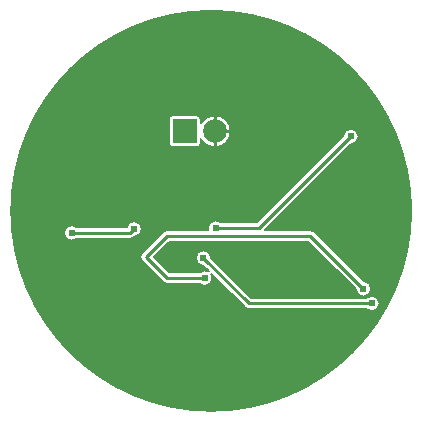
<source format=gbl>
G04 Layer: BottomLayer*
G04 EasyEDA Pro v2.2.39.2, 2025-06-07 21:32:46*
G04 Gerber Generator version 0.3*
G04 Scale: 100 percent, Rotated: No, Reflected: No*
G04 Dimensions in millimeters*
G04 Leading zeros omitted, absolute positions, 4 integers and 5 decimals*
G04 Generated by one-click*
%FSLAX45Y45*%
%MOMM*%
%ADD10C,0.2032*%
%ADD11C,0.254*%
%ADD12R,1.99898X1.99898*%
%ADD13C,1.99898*%
%ADD14C,0.61*%
%ADD15C,0.7391*%
G75*


G04 Copper Start*
G36*
G01X1692553Y0D02*
G01X1690636Y-80535D01*
G01X1684889Y-160887D01*
G01X1675325Y-240875D01*
G01X1661966Y-320318D01*
G01X1644842Y-399034D01*
G01X1623993Y-476847D01*
G01X1599464Y-553580D01*
G01X1571312Y-629058D01*
G01X1539600Y-703112D01*
G01X1504401Y-775573D01*
G01X1465794Y-846276D01*
G01X1423866Y-915063D01*
G01X1378713Y-981777D01*
G01X1330436Y-1046267D01*
G01X1279146Y-1108386D01*
G01X1224958Y-1167995D01*
G01X1167995Y-1224958D01*
G01X1108386Y-1279146D01*
G01X1046267Y-1330436D01*
G01X981777Y-1378713D01*
G01X915063Y-1423866D01*
G01X846276Y-1465794D01*
G01X775573Y-1504401D01*
G01X703112Y-1539600D01*
G01X629058Y-1571312D01*
G01X553580Y-1599464D01*
G01X476847Y-1623993D01*
G01X399034Y-1644842D01*
G01X320318Y-1661966D01*
G01X240875Y-1675325D01*
G01X160887Y-1684889D01*
G01X80535Y-1690636D01*
G01X0Y-1692553D01*
G01X-80535Y-1690636D01*
G01X-160887Y-1684889D01*
G01X-240875Y-1675325D01*
G01X-320318Y-1661966D01*
G01X-399034Y-1644842D01*
G01X-476847Y-1623993D01*
G01X-553580Y-1599464D01*
G01X-629058Y-1571312D01*
G01X-703112Y-1539600D01*
G01X-775573Y-1504401D01*
G01X-846276Y-1465794D01*
G01X-915063Y-1423866D01*
G01X-981777Y-1378713D01*
G01X-1046267Y-1330436D01*
G01X-1108386Y-1279146D01*
G01X-1167995Y-1224958D01*
G01X-1224958Y-1167995D01*
G01X-1279146Y-1108386D01*
G01X-1330436Y-1046267D01*
G01X-1378713Y-981777D01*
G01X-1423866Y-915063D01*
G01X-1465794Y-846276D01*
G01X-1504401Y-775573D01*
G01X-1539600Y-703112D01*
G01X-1571312Y-629058D01*
G01X-1599464Y-553580D01*
G01X-1623993Y-476847D01*
G01X-1644842Y-399034D01*
G01X-1646524Y-391306D01*
G01X-603089Y-391306D01*
G01X-601436Y-403863D01*
G01X-596590Y-415563D01*
G01X-588880Y-425611D01*
G01X-588880Y-425611D01*
G01X-409655Y-604836D01*
G01X-409655Y-604836D01*
G01X-399608Y-612545D01*
G01X-387907Y-617392D01*
G01X-375351Y-619045D01*
G01X-375351Y-619045D01*
G01X-99947Y-619045D01*
G01X-90110Y-626623D01*
G01X-79031Y-632235D01*
G01X-67101Y-635682D01*
G01X-54737Y-636845D01*
G01X-39981Y-635182D01*
G01X-25965Y-630278D01*
G01X-13391Y-622377D01*
G01X-2891Y-611877D01*
G01X5009Y-599304D01*
G01X9914Y-585287D01*
G01X11577Y-570531D01*
G01X10528Y-558786D01*
G01X7416Y-547412D01*
G01X2339Y-536770D01*
G01X284016Y-818447D01*
G01X284016Y-818447D01*
G01X294064Y-826157D01*
G01X305765Y-831003D01*
G01X318321Y-832656D01*
G01X318321Y-832656D01*
G01X1314791Y-832656D01*
G01X1324629Y-840235D01*
G01X1335707Y-845846D01*
G01X1347638Y-849294D01*
G01X1360001Y-850456D01*
G01X1360001Y-850456D01*
G01X1374758Y-848794D01*
G01X1388774Y-843889D01*
G01X1401348Y-835989D01*
G01X1411848Y-825489D01*
G01X1419748Y-812915D01*
G01X1424653Y-798899D01*
G01X1426315Y-784142D01*
G01X1424653Y-769386D01*
G01X1419748Y-755370D01*
G01X1411848Y-742796D01*
G01X1401348Y-732296D01*
G01X1388774Y-724395D01*
G01X1374758Y-719491D01*
G01X1360001Y-717828D01*
G01X1347638Y-718991D01*
G01X1335707Y-722439D01*
G01X1324629Y-728050D01*
G01X1314791Y-735628D01*
G01X338416Y-735628D01*
G01X100Y-397312D01*
G01X-1997Y-382946D01*
G01X-7169Y-369381D01*
G01X-15170Y-357267D01*
G01X-25615Y-347183D01*
G01X-38004Y-339615D01*
G01X-51743Y-334923D01*
G01X-66173Y-333334D01*
G01X-80929Y-334997D01*
G01X-94946Y-339901D01*
G01X-107519Y-347802D01*
G01X-118020Y-358302D01*
G01X-125920Y-370876D01*
G01X-130825Y-384892D01*
G01X-132487Y-399648D01*
G01X-130898Y-414079D01*
G01X-126207Y-427818D01*
G01X-118638Y-440207D01*
G01X-108555Y-450652D01*
G01X-96440Y-458652D01*
G01X-82875Y-463825D01*
G01X-68509Y-465921D01*
G01X-20976Y-513454D01*
G01X-31619Y-508377D01*
G01X-42992Y-505265D01*
G01X-54737Y-504217D01*
G01X-67101Y-505380D01*
G01X-79031Y-508827D01*
G01X-90110Y-514439D01*
G01X-99947Y-522017D01*
G01X-355256Y-522017D01*
G01X-485966Y-391306D01*
G01X-355256Y-260596D01*
G01X820580Y-260596D01*
G01X1223414Y-663430D01*
G01X1225511Y-677795D01*
G01X1230683Y-691361D01*
G01X1238684Y-703475D01*
G01X1249129Y-713558D01*
G01X1261517Y-721127D01*
G01X1275256Y-725818D01*
G01X1289687Y-727408D01*
G01X1304443Y-725745D01*
G01X1318460Y-720840D01*
G01X1331033Y-712940D01*
G01X1341534Y-702440D01*
G01X1349434Y-689866D01*
G01X1354339Y-675850D01*
G01X1356001Y-661094D01*
G01X1354412Y-646663D01*
G01X1349721Y-632924D01*
G01X1342152Y-620535D01*
G01X1332069Y-610090D01*
G01X1319954Y-602090D01*
G01X1306389Y-596917D01*
G01X1292023Y-594821D01*
G01X874980Y-177777D01*
G01X874980Y-177777D01*
G01X864933Y-170068D01*
G01X853232Y-165221D01*
G01X840676Y-163568D01*
G01X840676Y-163568D01*
G01X456744Y-163568D01*
G01X1183921Y563609D01*
G01X1198286Y565706D01*
G01X1211852Y570878D01*
G01X1223966Y578879D01*
G01X1234049Y589323D01*
G01X1241618Y601712D01*
G01X1246309Y615451D01*
G01X1247898Y629882D01*
G01X1246236Y644638D01*
G01X1241331Y658655D01*
G01X1233431Y671228D01*
G01X1222931Y681728D01*
G01X1210357Y689629D01*
G01X1196341Y694533D01*
G01X1181584Y696196D01*
G01X1167154Y694607D01*
G01X1153415Y689916D01*
G01X1141026Y682347D01*
G01X1130581Y672264D01*
G01X1122581Y660149D01*
G01X1117408Y646584D01*
G01X1115311Y632218D01*
G01X385466Y-97627D01*
G01X82041Y-97627D01*
G01X72203Y-90049D01*
G01X61125Y-84437D01*
G01X49195Y-80990D01*
G01X36831Y-79827D01*
G01X22075Y-81490D01*
G01X8059Y-86394D01*
G01X-4515Y-94295D01*
G01X-15015Y-104795D01*
G01X-22916Y-117369D01*
G01X-27820Y-131385D01*
G01X-29483Y-146141D01*
G01X-28898Y-154932D01*
G01X-27152Y-163568D01*
G01X-375351Y-163568D01*
G01X-375351Y-163568D01*
G01X-387907Y-165221D01*
G01X-399608Y-170068D01*
G01X-409655Y-177777D01*
G01X-409655Y-177777D01*
G01X-588880Y-357002D01*
G01X-588880Y-357002D01*
G01X-596590Y-367049D01*
G01X-601436Y-378750D01*
G01X-603089Y-391306D01*
G01X-1646524Y-391306D01*
G01X-1661966Y-320318D01*
G01X-1675325Y-240875D01*
G01X-1681730Y-187311D01*
G01X-1248350Y-187311D01*
G01X-1246688Y-202067D01*
G01X-1241783Y-216084D01*
G01X-1233883Y-228657D01*
G01X-1223382Y-239158D01*
G01X-1210809Y-247058D01*
G01X-1196792Y-251963D01*
G01X-1182036Y-253625D01*
G01X-1169672Y-252463D01*
G01X-1157742Y-249015D01*
G01X-1146664Y-243404D01*
G01X-1136826Y-235825D01*
G01X-685750Y-235825D01*
G01X-685750Y-235825D01*
G01X-673194Y-234172D01*
G01X-661493Y-229326D01*
G01X-651445Y-221616D01*
G01X-651445Y-221616D01*
G01X-649670Y-219841D01*
G01X-635305Y-217744D01*
G01X-621739Y-212572D01*
G01X-609625Y-204571D01*
G01X-599542Y-194126D01*
G01X-591973Y-181737D01*
G01X-587282Y-167998D01*
G01X-585693Y-153568D01*
G01X-587355Y-138811D01*
G01X-592260Y-124795D01*
G01X-600160Y-112222D01*
G01X-610660Y-101721D01*
G01X-623234Y-93821D01*
G01X-637250Y-88916D01*
G01X-652007Y-87254D01*
G01X-666760Y-88916D01*
G01X-680775Y-93819D01*
G01X-693347Y-101717D01*
G01X-703847Y-112214D01*
G01X-711748Y-124784D01*
G01X-716655Y-138797D01*
G01X-1136826Y-138797D01*
G01X-1146664Y-131219D01*
G01X-1157742Y-125607D01*
G01X-1169672Y-122160D01*
G01X-1182036Y-120997D01*
G01X-1196792Y-122660D01*
G01X-1210809Y-127564D01*
G01X-1223382Y-135465D01*
G01X-1233883Y-145965D01*
G01X-1241783Y-158539D01*
G01X-1246688Y-172555D01*
G01X-1248350Y-187311D01*
G01X-1248350Y-187311D01*
G01X-1681730Y-187311D01*
G01X-1684889Y-160887D01*
G01X-1690636Y-80535D01*
G01X-1692553Y0D01*
G01X-1692553Y0D01*
G01X-1690636Y80535D01*
G01X-1684889Y160887D01*
G01X-1675325Y240875D01*
G01X-1661966Y320318D01*
G01X-1644842Y399034D01*
G01X-1623993Y476847D01*
G01X-1599464Y553580D01*
G01X-1571312Y629058D01*
G01X-1539600Y703112D01*
G01X-1505627Y773049D01*
G01X-359903Y773049D01*
G01X-359903Y573151D01*
G01X-359903Y573151D01*
G01X-358150Y562084D01*
G01X-353063Y552100D01*
G01X-345140Y544177D01*
G01X-335156Y539090D01*
G01X-324089Y537337D01*
G01X-324089Y537337D01*
G01X-124191Y537337D01*
G01X-124191Y537337D01*
G01X-113124Y539090D01*
G01X-103140Y544177D01*
G01X-95217Y552100D01*
G01X-90130Y562084D01*
G01X-88377Y573151D01*
G01X-88377Y573151D01*
G01X-88377Y606380D01*
G01X-76994Y589352D01*
G01X-63180Y574231D01*
G01X-47248Y561359D01*
G01X-29561Y551031D01*
G01X-10521Y543482D01*
G01X9437Y538882D01*
G01X29860Y537337D01*
G01X29860Y537337D01*
G01X51098Y539008D01*
G01X71813Y543982D01*
G01X91495Y552134D01*
G01X109660Y563265D01*
G01X125859Y577101D01*
G01X139695Y593301D01*
G01X150826Y611465D01*
G01X158979Y631147D01*
G01X163952Y651862D01*
G01X165623Y673100D01*
G01X163952Y694338D01*
G01X158979Y715053D01*
G01X150826Y734735D01*
G01X139695Y752899D01*
G01X125859Y769099D01*
G01X109660Y782935D01*
G01X91495Y794066D01*
G01X71813Y802218D01*
G01X51098Y807192D01*
G01X29860Y808863D01*
G01X9437Y807318D01*
G01X-10521Y802718D01*
G01X-29561Y795169D01*
G01X-47248Y784841D01*
G01X-63180Y771969D01*
G01X-76994Y756848D01*
G01X-88377Y739820D01*
G01X-88377Y773049D01*
G01X-88377Y773049D01*
G01X-90130Y784116D01*
G01X-95217Y794100D01*
G01X-103140Y802023D01*
G01X-113124Y807110D01*
G01X-124191Y808863D01*
G01X-124191Y808863D01*
G01X-324089Y808863D01*
G01X-324089Y808863D01*
G01X-335156Y807110D01*
G01X-345140Y802023D01*
G01X-353063Y794100D01*
G01X-358150Y784116D01*
G01X-359903Y773049D01*
G01X-359903Y773049D01*
G01X-1505627Y773049D01*
G01X-1504401Y775573D01*
G01X-1465794Y846276D01*
G01X-1423866Y915063D01*
G01X-1378713Y981777D01*
G01X-1330436Y1046267D01*
G01X-1279146Y1108386D01*
G01X-1224958Y1167995D01*
G01X-1167995Y1224958D01*
G01X-1108386Y1279146D01*
G01X-1046267Y1330436D01*
G01X-981777Y1378713D01*
G01X-915063Y1423866D01*
G01X-846276Y1465794D01*
G01X-775573Y1504401D01*
G01X-703112Y1539600D01*
G01X-629058Y1571312D01*
G01X-553580Y1599464D01*
G01X-476847Y1623993D01*
G01X-399034Y1644842D01*
G01X-320318Y1661966D01*
G01X-240875Y1675325D01*
G01X-160887Y1684889D01*
G01X-80535Y1690636D01*
G01X0Y1692553D01*
G01X80535Y1690636D01*
G01X160887Y1684889D01*
G01X240875Y1675325D01*
G01X320318Y1661966D01*
G01X399034Y1644842D01*
G01X476847Y1623993D01*
G01X553580Y1599464D01*
G01X629058Y1571312D01*
G01X703112Y1539600D01*
G01X775573Y1504401D01*
G01X846276Y1465794D01*
G01X915063Y1423866D01*
G01X981777Y1378713D01*
G01X1046267Y1330436D01*
G01X1108386Y1279146D01*
G01X1167995Y1224958D01*
G01X1224958Y1167995D01*
G01X1279146Y1108386D01*
G01X1330436Y1046267D01*
G01X1378713Y981777D01*
G01X1423866Y915063D01*
G01X1465794Y846276D01*
G01X1504401Y775573D01*
G01X1539600Y703112D01*
G01X1571312Y629058D01*
G01X1599464Y553580D01*
G01X1623993Y476847D01*
G01X1644842Y399034D01*
G01X1661966Y320318D01*
G01X1675325Y240875D01*
G01X1684889Y160887D01*
G01X1690636Y80535D01*
G01X1692553Y0D01*
G37*
G54D10*
G01X1692553Y0D02*
G02X0Y-1692553I-1692553J0D01*
G02X-1692553Y0I0J1692553D01*
G02X0Y1692553I1692553J0D01*
G02X1692553Y0I0J-1692553D01*
G01X1360001Y-850456D02*
G03X1426315Y-784142I0J66314D01*
G03X1360001Y-717828I-66314J0D01*
G03X1314791Y-735628I0J-66314D01*
G01X338416Y-735628D01*
G01X100Y-397312D01*
G03X-66173Y-333334I-66273J-2336D01*
G03X-132487Y-399648I0J-66314D01*
G03X-68509Y-465921I66314J0D01*
G01X-20976Y-513454D01*
G03X-54737Y-504217I-33761J-57077D01*
G03X-99947Y-522017I0J-66314D01*
G01X-355256Y-522017D01*
G01X-485966Y-391306D01*
G01X-355256Y-260596D01*
G01X820580Y-260596D01*
G01X1223414Y-663430D01*
G03X1289687Y-727408I66273J2336D01*
G03X1356001Y-661094I0J66314D01*
G03X1292023Y-594821I-66314J0D01*
G01X874980Y-177777D01*
G01X874980Y-177777D01*
G03X840676Y-163568I-34305J-34305D01*
G01X840676Y-163568D01*
G01X456744Y-163568D01*
G01X1183921Y563609D01*
G03X1247898Y629882I-2336J66273D01*
G03X1181584Y696196I-66314J0D01*
G03X1115311Y632218I0J-66314D01*
G01X385466Y-97627D01*
G01X82041Y-97627D01*
G03X36831Y-79827I-45210J-48514D01*
G03X-29483Y-146141I0J-66314D01*
G03X-27152Y-163568I66314J0D01*
G01X-375351Y-163568D01*
G01X-375351Y-163568D01*
G03X-409655Y-177777I0J-48514D01*
G01X-409655Y-177777D01*
G01X-588880Y-357002D01*
G01X-588880Y-357002D01*
G03X-603089Y-391306I34305J-34305D01*
G03X-588880Y-425611I48514J0D01*
G01X-588880Y-425611D01*
G01X-409655Y-604836D01*
G01X-409655Y-604836D01*
G03X-375351Y-619045I34305J34305D01*
G01X-375351Y-619045D01*
G01X-99947Y-619045D01*
G03X-54737Y-636845I45210J48514D01*
G03X11577Y-570531I0J66314D01*
G03X2339Y-536770I-66314J0D01*
G01X284016Y-818447D01*
G01X284016Y-818447D01*
G03X318321Y-832656I34305J34305D01*
G01X318321Y-832656D01*
G01X1314791Y-832656D01*
G03X1360001Y-850456I45210J48514D01*
G01X29860Y537337D02*
G03X165623Y673100I0J135763D01*
G03X29860Y808863I-135763J0D01*
G03X-88377Y739820I0J-135763D01*
G01X-88377Y773049D01*
G01X-88377Y773049D01*
G03X-124191Y808863I-35814J0D01*
G01X-124191Y808863D01*
G01X-324089Y808863D01*
G01X-324089Y808863D01*
G03X-359903Y773049I0J-35814D01*
G01X-359903Y773049D01*
G01X-359903Y573151D01*
G01X-359903Y573151D01*
G03X-324089Y537337I35814J0D01*
G01X-324089Y537337D01*
G01X-124191Y537337D01*
G01X-124191Y537337D01*
G03X-88377Y573151I0J35814D01*
G01X-88377Y573151D01*
G01X-88377Y606380D01*
G03X29860Y537337I118237J66720D01*
G01X-1248350Y-187311D02*
G03X-1182036Y-253625I66314J0D01*
G03X-1136826Y-235825I0J66314D01*
G01X-685750Y-235825D01*
G01X-685750Y-235825D01*
G03X-651445Y-221616I0J48514D01*
G01X-651445Y-221616D01*
G01X-649670Y-219841D01*
G03X-585693Y-153568I-2336J66273D01*
G03X-652007Y-87254I-66314J0D01*
G03X-716655Y-138797I0J-66314D01*
G01X-1136826Y-138797D01*
G03X-1182036Y-120997I-45210J-48514D01*
G03X-1248350Y-187311I0J-66314D01*
G54D11*
G01X29860Y673100D02*
G01X155717Y673100D01*
G01X29860Y673100D02*
G01X29860Y798957D01*
G01X29860Y673100D02*
G01X29860Y547243D01*
G04 Copper End*

G04 Pad Start*
G54D12*
G01X-224140Y673100D03*
G54D13*
G01X29860Y673100D03*
G04 Pad End*

G04 Via Start*
G54D14*
G01X-652007Y-153568D03*
G01X-1182036Y-187311D03*
G01X-54738Y-570531D03*
G01X1289687Y-661093D03*
G01X-66173Y-399648D03*
G01X1360001Y-784142D03*
G01X36831Y-146141D03*
G01X1181584Y629882D03*
G04 Via End*

G04 Track Start*
G54D11*
G01X-652007Y-153568D02*
G01X-685750Y-187311D01*
G01X-1182036Y-187311D01*
G01X-54738Y-570531D02*
G01X-375351Y-570531D01*
G01X-554575Y-391307D01*
G01X-375351Y-212082D01*
G01X840675Y-212082D01*
G01X1289687Y-661093D01*
G01X-66173Y-399648D02*
G01X318321Y-784142D01*
G01X1360001Y-784142D01*
G01X36831Y-146141D02*
G01X405561Y-146141D01*
G01X1181584Y629882D01*
G04 Track End*

M02*


</source>
